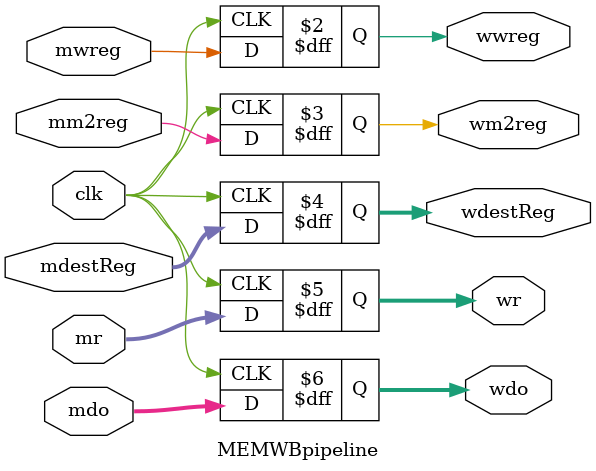
<source format=v>
`timescale 1ns / 1ps

module MEMWBpipeline(
    input mwreg,              // Control signal for writing to the register file
    input mm2reg,             // Control signal for writing to the register file (Memory Stage)
    input [4:0] mdestReg,     // Destination register address
    input [31:0] mr,          // Result from the data memory
    input [31:0] mdo,         // Data read from the data memory
    input clk,                // Clock signal

    output reg wwreg,         // Output for write enable signal
    output reg wm2reg,        // Output for write enable signal (Memory stage)
    output reg [4:0] wdestReg, // Output for destination register address
    output reg [31:0] wr,     // Output for result from the data memory
    output reg [31:0] wdo     // Output for data read from the data memory
);

always @ (posedge clk)
begin
    wwreg = mwreg;             // Update write enable signal for register file writing.
    wm2reg = mm2reg;           // Update write enable signal for register file writing in the Memory stage.
    wdestReg = mdestReg;       // Update destination register address.
    wr = mr;                   // Update result from the data memory.
    wdo = mdo;                 // Update data read from the data memory.
end
endmodule

</source>
